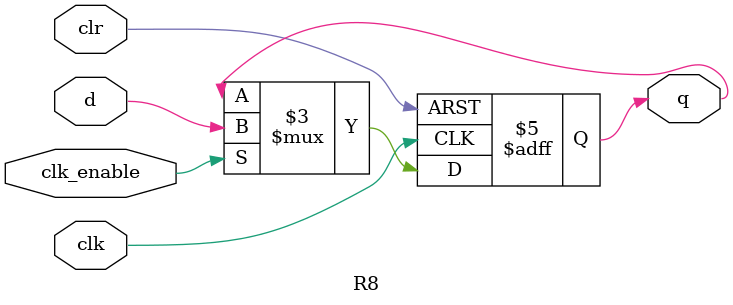
<source format=v>
module R8(d, clk, clr, clk_enable, q);
	input d, clk, clr, clk_enable;
	output reg q;

	always @ (negedge clr or posedge clk)
	begin
		// Reset whenever the reset signal goes low, regardless of the clock
		// or the clock enable
		if (!clr)
		begin
			q <= 1'b0;
		end
		// If not resetting, and the clock signal is enabled on this register,
		// update the register output on the clock's rising edge
		else
		begin
			if (clk_enable)
			begin
				q <= d;
			end
		end
	end
endmodule

</source>
